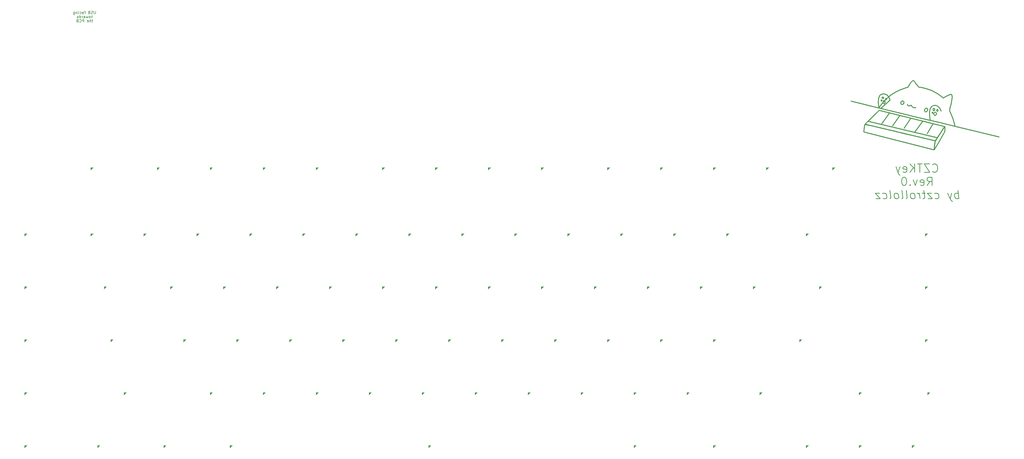
<source format=gbr>
G04 #@! TF.GenerationSoftware,KiCad,Pcbnew,(5.1.4)-1*
G04 #@! TF.CreationDate,2020-12-10T10:57:06+01:00*
G04 #@! TF.ProjectId,CZTKeyRev0,435a544b-6579-4526-9576-302e6b696361,rev?*
G04 #@! TF.SameCoordinates,Original*
G04 #@! TF.FileFunction,Legend,Bot*
G04 #@! TF.FilePolarity,Positive*
%FSLAX46Y46*%
G04 Gerber Fmt 4.6, Leading zero omitted, Abs format (unit mm)*
G04 Created by KiCad (PCBNEW (5.1.4)-1) date 2020-12-10 10:57:06*
%MOMM*%
%LPD*%
G04 APERTURE LIST*
%ADD10C,0.375000*%
%ADD11C,0.250000*%
%ADD12C,0.100000*%
%ADD13C,0.150000*%
G04 APERTURE END LIST*
D10*
X328087100Y-59046575D02*
X328237250Y-58823150D01*
X327685100Y-59643050D02*
X328087100Y-59046575D01*
X327145475Y-60451550D02*
X327685100Y-59643050D01*
X299584475Y-58050800D02*
X299584475Y-58050800D01*
X325421825Y-63051650D02*
X325941125Y-62265950D01*
X299614175Y-58025600D02*
X299584475Y-58050800D01*
X318214475Y-62335925D02*
X316392800Y-61905800D01*
X324915725Y-63820325D02*
X325054025Y-63609500D01*
X313346300Y-61185650D02*
X312122375Y-60895550D01*
X299540075Y-58087775D02*
X299459150Y-58300625D01*
X311097350Y-60652475D02*
X310432475Y-60494675D01*
X324911225Y-63830450D02*
X324915725Y-63820325D01*
X300371000Y-58162700D02*
X299803400Y-58060175D01*
X314769950Y-61522100D02*
X313346300Y-61185650D01*
X299803400Y-58060175D02*
X299614175Y-58025600D01*
X299349275Y-58826750D02*
X299255300Y-59629550D01*
X328223450Y-58743350D02*
X304692275Y-52891325D01*
X311353325Y-60713225D02*
X311097350Y-60652475D01*
X312122375Y-60895550D02*
X311353325Y-60713225D01*
X316392800Y-61905800D02*
X314769950Y-61522100D01*
X304166225Y-59014775D02*
X302552375Y-58641650D01*
X324439250Y-67145825D02*
X324876200Y-63908150D01*
X299459150Y-58300625D02*
X299349275Y-58826750D01*
X320235950Y-62813225D02*
X318214475Y-62335925D01*
X324271100Y-63765350D02*
X322456475Y-63337325D01*
X301287349Y-58357175D02*
X300371000Y-58162700D01*
X308438600Y-60021875D02*
X306128300Y-59475425D01*
X325941125Y-62265950D02*
X326539700Y-61362575D01*
X310432475Y-60494675D02*
X308438600Y-60021875D01*
X328369025Y-59433875D02*
X328332875Y-60075200D01*
X306128300Y-59475425D02*
X304166225Y-59014775D01*
X328358525Y-58907000D02*
X328369025Y-59433875D01*
X325054025Y-63609500D02*
X325421825Y-63051650D01*
X299192300Y-60438950D02*
X299176775Y-60709025D01*
X299176775Y-60709025D02*
X324439250Y-67145825D01*
X322456475Y-63337325D02*
X320235950Y-62813225D01*
X299255300Y-59629550D02*
X299192300Y-60438950D01*
X328278350Y-58772300D02*
X328358525Y-58907000D01*
X326539700Y-61362575D02*
X327145475Y-60451550D01*
X304692275Y-52891325D02*
X299662625Y-57942200D01*
X299662625Y-57942200D02*
X324968600Y-63910625D01*
X328278350Y-58772300D02*
X328278350Y-58772300D01*
X299584475Y-58050800D02*
X299540075Y-58087775D01*
X328237250Y-58823150D02*
X328278350Y-58772300D01*
X302552375Y-58641650D02*
X301287349Y-58357175D01*
X304692275Y-52891325D02*
X304692275Y-52891325D01*
X324876200Y-63908150D02*
X324271100Y-63765350D01*
X324968600Y-63910625D02*
X328223450Y-58743350D01*
X306179600Y-49753775D02*
X306255200Y-49567400D01*
X306855425Y-49924551D02*
X306855425Y-49982000D01*
X306538025Y-49396025D02*
X306640625Y-49442000D01*
X306503825Y-49396025D02*
X306538025Y-49396025D01*
X306752075Y-50396225D02*
X306640625Y-50521550D01*
X306976250Y-48819876D02*
X307043000Y-48719825D01*
X306503825Y-50567900D02*
X306469250Y-50567900D01*
X306255200Y-50396225D02*
X306179600Y-50209776D01*
X331938425Y-58652150D02*
X347831975Y-62481950D01*
X306366725Y-49442000D02*
X306469250Y-49396025D01*
X306538025Y-50567900D02*
X306503825Y-50567900D01*
X307163825Y-48664775D02*
X307204550Y-48664775D01*
X307043000Y-48986225D02*
X306976250Y-48886175D01*
X306469250Y-49396025D02*
X306503825Y-49396025D01*
X306366725Y-50521550D02*
X306255200Y-50396225D01*
X306640625Y-50521550D02*
X306538025Y-50567900D01*
X307432775Y-48819876D02*
X307432775Y-48853250D01*
X306469250Y-50567900D02*
X306366725Y-50521550D01*
X307043000Y-48719825D02*
X307163825Y-48664775D01*
X306152300Y-49924551D02*
X306179600Y-49753775D01*
X306827675Y-50209776D02*
X306752075Y-50396225D01*
X306752075Y-49567400D02*
X306827675Y-49753775D01*
X306855425Y-49982000D02*
X306855425Y-50038926D01*
X306640625Y-49442000D02*
X306752075Y-49567400D01*
X306255200Y-49567400D02*
X306366725Y-49442000D01*
X306152300Y-50038926D02*
X306152300Y-49982000D01*
X306855425Y-49982000D02*
X306855425Y-49982000D01*
X306179600Y-50209776D02*
X306152300Y-50038926D01*
X306152300Y-49982000D02*
X306152300Y-49924551D01*
X307365575Y-48719825D02*
X307432775Y-48819876D01*
X307244750Y-48664775D02*
X307365575Y-48719825D01*
X307204550Y-48664775D02*
X307244750Y-48664775D01*
X306855425Y-50038926D02*
X306827675Y-50209776D01*
X306827675Y-49753775D02*
X306855425Y-49924551D01*
X306976250Y-48853250D02*
X306976250Y-48819876D01*
X294640000Y-49657000D02*
X304550750Y-52053575D01*
X306976250Y-48886175D02*
X306976250Y-48853250D01*
X307432775Y-48853250D02*
X307432775Y-48853250D01*
X307163825Y-49041650D02*
X307043000Y-48986225D01*
X304552775Y-48421850D02*
X304435625Y-49124675D01*
X304686200Y-52084775D02*
X305292500Y-52268300D01*
X304435625Y-49124675D02*
X304418450Y-49969401D01*
X307244750Y-49041650D02*
X307204550Y-49041650D01*
X306035075Y-48692900D02*
X305986625Y-48692900D01*
X306223550Y-46998125D02*
X306025700Y-47028650D01*
X305714900Y-49413125D02*
X305709575Y-49439601D01*
X305088200Y-47441225D02*
X304770425Y-47860850D01*
X305893925Y-47043350D02*
X305506550Y-47163725D01*
X305719775Y-49386275D02*
X305714900Y-49413125D01*
X307365575Y-48986225D02*
X307244750Y-49041650D01*
X305761625Y-48467525D02*
X305761625Y-48419450D01*
X307432775Y-48886175D02*
X307365575Y-48986225D01*
X307432775Y-48853250D02*
X307432775Y-48886175D01*
X305577725Y-49187301D02*
X305598950Y-49191351D01*
X305696150Y-49268675D02*
X305719775Y-49386275D01*
X304502300Y-50956176D02*
X304631225Y-51804050D01*
X305479250Y-49226375D02*
X305577725Y-49187301D01*
X304631225Y-51804050D02*
X304686200Y-52084775D01*
X305403200Y-49379825D02*
X305408450Y-49353350D01*
X304418450Y-49969401D02*
X304502300Y-50956176D01*
X304435625Y-49124675D02*
X304418450Y-49969401D01*
X305620100Y-49195401D02*
X305696150Y-49268675D01*
X305426750Y-49497425D02*
X305403200Y-49379825D01*
X306228350Y-48612725D02*
X306083075Y-48692900D01*
X306025700Y-47028650D02*
X305893925Y-47043350D01*
X305506550Y-47163725D02*
X305088200Y-47441225D01*
X304770425Y-47860850D02*
X304552775Y-48421850D01*
X304686200Y-52084775D02*
X305292500Y-52268300D01*
X308551775Y-49010750D02*
X308155100Y-48201800D01*
X304502300Y-50956176D02*
X304631225Y-51804050D01*
X305503325Y-49570625D02*
X305426750Y-49497425D01*
X305643650Y-49539650D02*
X305545625Y-49579175D01*
X305986625Y-48692900D02*
X305841425Y-48612725D01*
X306228350Y-48225800D02*
X306308525Y-48371075D01*
X308155100Y-48201800D02*
X307552775Y-47460800D01*
X305841425Y-48612725D02*
X305761625Y-48467525D01*
X305524475Y-49575125D02*
X305503325Y-49570625D01*
X306308525Y-48419450D02*
X306308525Y-48467525D01*
X306308525Y-48419450D02*
X306308525Y-48419450D01*
X305545625Y-49579175D02*
X305524475Y-49575125D01*
X305709575Y-49439601D02*
X305643650Y-49539650D01*
X306035075Y-48146075D02*
X306083075Y-48146075D01*
X304552775Y-48421850D02*
X304435625Y-49124675D01*
X305292500Y-52268300D02*
X308649875Y-49292300D01*
X305986625Y-48146075D02*
X306035075Y-48146075D01*
X304418450Y-49969401D02*
X304502300Y-50956176D01*
X305761625Y-48419450D02*
X305761625Y-48371075D01*
X306843200Y-47069825D02*
X306223550Y-46998125D01*
X305841425Y-48225800D02*
X305986625Y-48146075D01*
X306308525Y-48467525D02*
X306228350Y-48612725D01*
X304631225Y-51804050D02*
X304686200Y-52084775D01*
X304770425Y-47860850D02*
X304552775Y-48421850D01*
X307204550Y-49041650D02*
X307163825Y-49041650D01*
X305598950Y-49191351D02*
X305620100Y-49195401D01*
X305413325Y-49326875D02*
X305479250Y-49226375D01*
X305408450Y-49353350D02*
X305413325Y-49326875D01*
X306308525Y-48371075D02*
X306308525Y-48419450D01*
X307552775Y-47460800D02*
X306843200Y-47069825D01*
X305714900Y-49413125D02*
X305714900Y-49413125D01*
X306083075Y-48146075D02*
X306228350Y-48225800D01*
X308649875Y-49292300D02*
X308551775Y-49010750D01*
X306083075Y-48692900D02*
X306035075Y-48692900D01*
X305761625Y-48371075D02*
X305841425Y-48225800D01*
X323776025Y-53660300D02*
X323858975Y-53614775D01*
X324355400Y-54161675D02*
X324355400Y-54108350D01*
X323730425Y-53798300D02*
X323730425Y-53771075D01*
X305088200Y-47441225D02*
X304770425Y-47860850D01*
X325155425Y-53774675D02*
X325255925Y-53948450D01*
X324869750Y-54708575D02*
X324824150Y-54708575D01*
X324492500Y-54548225D02*
X324392075Y-54374450D01*
X325403600Y-52910000D02*
X325408025Y-52866875D01*
X324778175Y-54708575D02*
X324641450Y-54665450D01*
X305506550Y-47163725D02*
X305088200Y-47441225D01*
X325292900Y-54161675D02*
X325292900Y-54161675D01*
X323730425Y-53743325D02*
X323776025Y-53660300D01*
X323913950Y-53927300D02*
X323886650Y-53927300D01*
X305893925Y-47043350D02*
X305506550Y-47163725D01*
X306025700Y-47028650D02*
X305893925Y-47043350D01*
X306843200Y-47069825D02*
X306223550Y-46998125D01*
X324392075Y-53948450D02*
X324492500Y-53774675D01*
X307552775Y-47460800D02*
X306843200Y-47069825D01*
X323996975Y-53660300D02*
X324042875Y-53743325D01*
X324869750Y-53614775D02*
X325006475Y-53657525D01*
X323886650Y-53614775D02*
X323913950Y-53614775D01*
X323858975Y-53614775D02*
X323886650Y-53614775D01*
X324392075Y-54374450D02*
X324355400Y-54214550D01*
X325874375Y-52915700D02*
X325869875Y-52958825D01*
X324641450Y-54665450D02*
X324492500Y-54548225D01*
X324824150Y-54708575D02*
X324778175Y-54708575D01*
X325292900Y-54214550D02*
X325255925Y-54374450D01*
X324042875Y-53743325D02*
X324042875Y-53771075D01*
X325701425Y-52626875D02*
X325824350Y-52731800D01*
X323996975Y-53881325D02*
X323913950Y-53927300D01*
X323913950Y-53614775D02*
X323996975Y-53660300D01*
X325255925Y-53948450D02*
X325292900Y-54108350D01*
X325399175Y-52952825D02*
X325403600Y-52910000D01*
X325571675Y-53241650D02*
X325448750Y-53136650D01*
X308649875Y-49292300D02*
X308551775Y-49010750D01*
X325255925Y-54374450D02*
X325155425Y-54548225D01*
X325292900Y-54108350D02*
X325292900Y-54161675D01*
X325669250Y-52623575D02*
X325701425Y-52626875D01*
X324778175Y-53614775D02*
X324824150Y-53614775D01*
X323776025Y-53881325D02*
X323730425Y-53798300D01*
X324824150Y-53614775D02*
X324869750Y-53614775D01*
X324355400Y-54108350D02*
X324392075Y-53948450D01*
X324355400Y-54214550D02*
X324355400Y-54161675D01*
X325494800Y-52697225D02*
X325637150Y-52619900D01*
X324042875Y-53771075D02*
X324042875Y-53771075D01*
X325006475Y-54665450D02*
X324869750Y-54708575D01*
X323730425Y-53771075D02*
X323730425Y-53743325D01*
X323858975Y-53927300D02*
X323776025Y-53881325D01*
X324042875Y-53798300D02*
X323996975Y-53881325D01*
X325448750Y-53136650D02*
X325399175Y-52952825D01*
X325824350Y-52731800D02*
X325874375Y-52915700D01*
X308155100Y-48201800D02*
X307552775Y-47460800D01*
X324492500Y-53774675D02*
X324641450Y-53657525D01*
X323886650Y-53927300D02*
X323858975Y-53927300D01*
X324042875Y-53771075D02*
X324042875Y-53798300D01*
X325637150Y-52619900D02*
X325669250Y-52623575D01*
X306223550Y-46998125D02*
X306025700Y-47028650D01*
X308551775Y-49010750D02*
X308155100Y-48201800D01*
X325155425Y-54548225D02*
X325006475Y-54665450D01*
X325869875Y-52958825D02*
X325869875Y-52958825D01*
X325006475Y-53657525D02*
X325155425Y-53774675D01*
X325292900Y-54161675D02*
X325292900Y-54214550D01*
X324641450Y-53657525D02*
X324778175Y-53614775D01*
X325408025Y-52866875D02*
X325494800Y-52697225D01*
X325778300Y-53171225D02*
X325636325Y-53248550D01*
X325865375Y-53001575D02*
X325778300Y-53171225D01*
X325869875Y-52958825D02*
X325865375Y-53001575D01*
X324121025Y-52596350D02*
X324142175Y-52471025D01*
X324646325Y-52471025D02*
X324667925Y-52596350D01*
X324500675Y-52242275D02*
X324587675Y-52334300D01*
X324420950Y-52208525D02*
X324500675Y-52242275D01*
X324394475Y-52208525D02*
X324420950Y-52208525D01*
X324367625Y-52208525D02*
X324394475Y-52208525D01*
X316564025Y-51601025D02*
X316927400Y-51916775D01*
X324287900Y-52242275D02*
X324367625Y-52208525D01*
X324200825Y-52334300D02*
X324287900Y-52242275D01*
X324646325Y-52805075D02*
X324587675Y-52941800D01*
X323548925Y-51592925D02*
X323976950Y-51306425D01*
X315664325Y-51289400D02*
X316117700Y-51139176D01*
X324420950Y-53067950D02*
X324394475Y-53067950D01*
X324142175Y-52471025D02*
X324200825Y-52334300D01*
X324287900Y-53033750D02*
X324200825Y-52941800D01*
X324121025Y-52638200D02*
X324121025Y-52596350D01*
X314883950Y-50788851D02*
X314885225Y-50878325D01*
X324500675Y-53033750D02*
X324420950Y-53067950D01*
X315235475Y-51313775D02*
X315664325Y-51289400D01*
X324371225Y-51187625D02*
X324505475Y-51175400D01*
X322865750Y-53380850D02*
X322993100Y-52629650D01*
X324367625Y-53067950D02*
X324287900Y-53033750D01*
X324394475Y-53067950D02*
X324367625Y-53067950D01*
X324587675Y-52941800D02*
X324500675Y-53033750D01*
X325891025Y-51499250D02*
X326488025Y-52179650D01*
X323976950Y-51306425D02*
X324371225Y-51187625D01*
X317358349Y-52022150D02*
X317746100Y-51963575D01*
X316261774Y-51073625D02*
X316321550Y-51212075D01*
X313565225Y-50322576D02*
X313541675Y-50381151D01*
X313457375Y-49701276D02*
X313565600Y-49895300D01*
X313328825Y-49594175D02*
X313457375Y-49701276D01*
X324667925Y-52679675D02*
X324646325Y-52805075D01*
X326909600Y-52940075D02*
X327020600Y-53206250D01*
X317746100Y-51963575D02*
X317865274Y-51918050D01*
X313596575Y-50130500D02*
X313565225Y-50322576D01*
X323084225Y-56562425D02*
X323032175Y-56260100D01*
X324142175Y-52805075D02*
X324121025Y-52679675D01*
X324667925Y-52596350D02*
X324667925Y-52638200D01*
X316321550Y-51212075D02*
X316564025Y-51601025D01*
X324200825Y-52941800D02*
X324142175Y-52805075D01*
X324121025Y-52679675D02*
X324121025Y-52638200D01*
X325230200Y-51164450D02*
X325891025Y-51499250D01*
X324677300Y-51133551D02*
X325230200Y-51164450D01*
X313565600Y-49895300D02*
X313596575Y-50130500D01*
X325604150Y-53245325D02*
X325571675Y-53241650D01*
X324667925Y-52638200D02*
X324667925Y-52638200D01*
X324505475Y-51175400D02*
X324677300Y-51133551D01*
X324667925Y-52638200D02*
X324667925Y-52679675D01*
X323032175Y-56260100D02*
X322910900Y-55346975D01*
X313541675Y-50381151D02*
X313541675Y-50381151D01*
X322910900Y-55346975D02*
X322838075Y-54286175D01*
X324587675Y-52334300D02*
X324646325Y-52471025D01*
X314975525Y-51146975D02*
X315235475Y-51313775D01*
X316117700Y-51139176D02*
X316261774Y-51073625D01*
X323220950Y-52033925D02*
X323548925Y-51592925D01*
X314885225Y-50878325D02*
X314975525Y-51146975D01*
X325636325Y-53248550D02*
X325604150Y-53245325D01*
X316927400Y-51916775D02*
X317358349Y-52022150D01*
X322993100Y-52629650D02*
X323220950Y-52033925D01*
X326488025Y-52179650D02*
X326909600Y-52940075D01*
X322838075Y-54286175D02*
X322865750Y-53380850D01*
X312851150Y-49606475D02*
X313063925Y-49542500D01*
X312506825Y-50458475D02*
X312475925Y-50223200D01*
X312531200Y-49973000D02*
X312554900Y-49914050D01*
X313063925Y-49542500D02*
X313230725Y-49554725D01*
X312851150Y-49606475D02*
X313063925Y-49542500D01*
X313406975Y-50599701D02*
X313221350Y-50747375D01*
X312792875Y-50779475D02*
X312743600Y-50759600D01*
X322126025Y-52531700D02*
X322121975Y-52780625D01*
X313008500Y-50811275D02*
X312841775Y-50799051D01*
X312665525Y-49754075D02*
X312851150Y-49606475D01*
X321259700Y-53437400D02*
X321215300Y-53414600D01*
X312615500Y-50652501D02*
X312506825Y-50458475D01*
X321303650Y-53459825D02*
X321259700Y-53437400D01*
X321035525Y-52840850D02*
X321093350Y-52639925D01*
X312665525Y-49754075D02*
X312851150Y-49606475D01*
X312507725Y-50031650D02*
X312531200Y-49973000D01*
X312475925Y-50223200D02*
X312507725Y-50031650D01*
X313328825Y-49594175D02*
X313457375Y-49701276D01*
X321155075Y-52518200D02*
X321284150Y-52353425D01*
X312743600Y-50759600D02*
X312615500Y-50652501D01*
X313230725Y-49554725D02*
X313280000Y-49574675D01*
X313063925Y-49542500D02*
X313230725Y-49554725D01*
X313221350Y-50747375D02*
X313008500Y-50811275D01*
X321284150Y-52353425D02*
X321483125Y-52204025D01*
X312841775Y-50799051D02*
X312792875Y-50779475D01*
X313221350Y-50747375D02*
X313008500Y-50811275D01*
X313565225Y-50322576D02*
X313541675Y-50381151D01*
X313457375Y-49701276D02*
X313565600Y-49895300D01*
X313517975Y-50439800D02*
X313406975Y-50599701D01*
X312743600Y-50759600D02*
X312615500Y-50652501D01*
X313280000Y-49574675D02*
X313328825Y-49594175D01*
X312615500Y-50652501D02*
X312506825Y-50458475D01*
X322049900Y-52323650D02*
X322126025Y-52531700D01*
X321898100Y-52184600D02*
X321942050Y-52206875D01*
X313541675Y-50381151D02*
X313541675Y-50381151D01*
X313541675Y-50381151D02*
X313517975Y-50439800D01*
X321695900Y-52143425D02*
X321853700Y-52161800D01*
X321215300Y-53414600D02*
X321107450Y-53297825D01*
X321107450Y-53297825D02*
X321031475Y-53089925D01*
X312507725Y-50031650D02*
X312531200Y-49973000D01*
X321483125Y-52204025D02*
X321695900Y-52143425D01*
X321093350Y-52639925D02*
X321124175Y-52579250D01*
X322064600Y-52981700D02*
X322033625Y-53042675D01*
X321853700Y-52161800D02*
X321898100Y-52184600D01*
X313565600Y-49895300D02*
X313596575Y-50130500D01*
X313517975Y-50439800D02*
X313406975Y-50599701D01*
X312554900Y-49914050D02*
X312665525Y-49754075D01*
X312475925Y-50223200D02*
X312507725Y-50031650D01*
X312792875Y-50779475D02*
X312743600Y-50759600D01*
X321942050Y-52206875D02*
X322049900Y-52323650D01*
X313406975Y-50599701D02*
X313221350Y-50747375D01*
X312531200Y-49973000D02*
X312554900Y-49914050D01*
X312506825Y-50458475D02*
X312475925Y-50223200D01*
X312841775Y-50799051D02*
X312792875Y-50779475D01*
X321031475Y-53089925D02*
X321035525Y-52840850D01*
X322033625Y-53042675D02*
X322033625Y-53042675D01*
X313280000Y-49574675D02*
X313328825Y-49594175D01*
X313541675Y-50381151D02*
X313517975Y-50439800D01*
X321124175Y-52579250D02*
X321155075Y-52518200D01*
X313008500Y-50811275D02*
X312841775Y-50799051D01*
X313230725Y-49554725D02*
X313280000Y-49574675D01*
X313596575Y-50130500D02*
X313565225Y-50322576D01*
X312554900Y-49914050D02*
X312665525Y-49754075D01*
X322121975Y-52780625D02*
X322064600Y-52981700D01*
X321674750Y-53417375D02*
X321461525Y-53478050D01*
X330733550Y-47261075D02*
X330662375Y-47210225D01*
X329748425Y-47409575D02*
X328884575Y-47858750D01*
X322002275Y-53103350D02*
X321873350Y-53268125D01*
X321873350Y-53268125D02*
X321674750Y-53417375D01*
X322033625Y-53042675D02*
X322002275Y-53103350D01*
X327294875Y-48115550D02*
X325798625Y-46979900D01*
X322033625Y-53042675D02*
X322033625Y-53042675D01*
X322064600Y-52981700D02*
X322033625Y-53042675D01*
X316867624Y-42243950D02*
X316785424Y-42243950D01*
X322121975Y-52780625D02*
X322064600Y-52981700D01*
X330940700Y-48089900D02*
X330871100Y-47521025D01*
X321483125Y-52204025D02*
X321695900Y-52143425D01*
X321461525Y-53478050D02*
X321303650Y-53459825D01*
X317380325Y-42538925D02*
X317220800Y-42371675D01*
X321898100Y-52184600D02*
X321942050Y-52206875D01*
X322126025Y-52531700D02*
X322121975Y-52780625D01*
X322049900Y-52323650D02*
X322126025Y-52531700D01*
X321942050Y-52206875D02*
X322049900Y-52323650D01*
X318494375Y-44012675D02*
X318094475Y-43513850D01*
X321853700Y-52161800D02*
X321898100Y-52184600D01*
X317562575Y-42781850D02*
X317380325Y-42538925D01*
X321259700Y-53437400D02*
X321215300Y-53414600D01*
X322002275Y-53103350D02*
X321873350Y-53268125D01*
X321695900Y-52143425D02*
X321853700Y-52161800D01*
X321284150Y-52353425D02*
X321483125Y-52204025D01*
X321155075Y-52518200D02*
X321284150Y-52353425D01*
X321124175Y-52579250D02*
X321155075Y-52518200D01*
X321035525Y-52840850D02*
X321093350Y-52639925D01*
X321303650Y-53459825D02*
X321259700Y-53437400D01*
X316539650Y-42391250D02*
X316124975Y-42834350D01*
X319018100Y-44606750D02*
X318883850Y-44461175D01*
X323693750Y-45803975D02*
X321433400Y-45012950D01*
X317057975Y-42274925D02*
X316915175Y-42243950D01*
X328884575Y-47858750D02*
X328029350Y-48365000D01*
X316124975Y-42834350D02*
X315623300Y-43572950D01*
X330871100Y-48966350D02*
X330940700Y-48089900D01*
X319626050Y-44658875D02*
X319018100Y-44606750D01*
X315623300Y-43572950D02*
X315174875Y-44344400D01*
X327749375Y-48541176D02*
X327294875Y-48115550D01*
X321031475Y-53089925D02*
X321035525Y-52840850D01*
X316915175Y-42243950D02*
X316867624Y-42243950D01*
X321107450Y-53297825D02*
X321031475Y-53089925D01*
X321215300Y-53414600D02*
X321107450Y-53297825D01*
X321674750Y-53417375D02*
X321461525Y-53478050D01*
X321433400Y-45012950D02*
X319626050Y-44658875D01*
X330607475Y-47170700D02*
X330340925Y-47193125D01*
X330871100Y-47521025D02*
X330733550Y-47261075D01*
X315174875Y-44344400D02*
X315034850Y-44606750D01*
X330340925Y-47193125D02*
X329748425Y-47409575D01*
X318883850Y-44461175D02*
X318494375Y-44012675D01*
X325798625Y-46979900D02*
X323693750Y-45803975D01*
X330662375Y-47210225D02*
X330607475Y-47170700D01*
X315034850Y-44606750D02*
X315034850Y-44606750D01*
X317220800Y-42371675D02*
X317057975Y-42274925D01*
X317792074Y-43105325D02*
X317562575Y-42781850D01*
X330721775Y-49894925D02*
X330871100Y-48966350D01*
X328029350Y-48365000D02*
X327749375Y-48541176D01*
X318094475Y-43513850D02*
X317792074Y-43105325D01*
X321461525Y-53478050D02*
X321303650Y-53459825D01*
X316785424Y-42243950D02*
X316539650Y-42391250D01*
X321873350Y-53268125D02*
X321674750Y-53417375D01*
X321093350Y-52639925D02*
X321124175Y-52579250D01*
X322033625Y-53042675D02*
X322002275Y-53103350D01*
X330632300Y-50355950D02*
X330662375Y-50202500D01*
X330530075Y-50814876D02*
X330632300Y-50355950D01*
X330311675Y-51571775D02*
X330412925Y-51253925D01*
X330159425Y-52048250D02*
X330227000Y-51819575D01*
X330110600Y-52309925D02*
X330159425Y-52048250D01*
X330227000Y-51819575D02*
X330311675Y-51571775D01*
X330412925Y-51253925D02*
X330530075Y-50814876D01*
X330662375Y-50202500D02*
X330721775Y-49894925D01*
X324545825Y-67047425D02*
X324526775Y-67075550D01*
X314621525Y-44712200D02*
X313400375Y-45100025D01*
X324937250Y-66402950D02*
X324739850Y-66730025D01*
X330300200Y-53582600D02*
X330070325Y-53136275D01*
X304581650Y-52094600D02*
X304938950Y-52183775D01*
X325488200Y-62716325D02*
X300878825Y-56935100D01*
X305607050Y-57734300D02*
X308424500Y-53828000D01*
X328332875Y-60075200D02*
X328295000Y-60452000D01*
X317597600Y-60606950D02*
X320253875Y-57013250D01*
X330080525Y-52655300D02*
X330110600Y-52309925D01*
X308012975Y-52933250D02*
X310581425Y-53552525D01*
X324599600Y-66959900D02*
X324545825Y-67047425D01*
X326104250Y-64435550D02*
X325775525Y-64993775D01*
X330070325Y-53015825D02*
X330080525Y-52655300D01*
X330070325Y-53136275D02*
X330070325Y-53015825D01*
X331231625Y-55853150D02*
X330300200Y-53582600D01*
X311859875Y-45720125D02*
X310412900Y-46466375D01*
X331871675Y-58176125D02*
X331231625Y-55853150D01*
X324502250Y-66693425D02*
X324557975Y-66183575D01*
X305560625Y-50716025D02*
X304810700Y-51739775D01*
X324526775Y-67075550D02*
X324486425Y-67018925D01*
X324526775Y-67075550D02*
X324526775Y-67075550D01*
X313652300Y-59396075D02*
X316035125Y-55841375D01*
X327680600Y-61703150D02*
X327407150Y-62188250D01*
X309511625Y-58536650D02*
X312050750Y-54903875D01*
X321947825Y-61283675D02*
X324081950Y-57716375D01*
X324816050Y-64393925D02*
X324881525Y-63992825D01*
X324557975Y-66183575D02*
X324639425Y-65574051D01*
X328096850Y-60938225D02*
X327913700Y-61281275D01*
X326441975Y-63859775D02*
X326104250Y-64435550D01*
X324486425Y-67018925D02*
X324502250Y-66693425D01*
X331955900Y-58648550D02*
X331871675Y-58176125D01*
X326543300Y-57362675D02*
X330602600Y-58327100D01*
X304938950Y-52183775D02*
X306012725Y-52446950D01*
X321699950Y-56210000D02*
X326543300Y-57362675D01*
X324881525Y-63992825D02*
X324906725Y-63840200D01*
X306012725Y-52446950D02*
X308012975Y-52933250D01*
X328220525Y-60689975D02*
X328096850Y-60938225D01*
X307799450Y-48338525D02*
X306633200Y-49463975D01*
X325182275Y-65993526D02*
X324937250Y-66402950D01*
X310581425Y-53552525D02*
X313719050Y-54305300D01*
X306633200Y-49463975D02*
X305560625Y-50716025D01*
X315034850Y-44606750D02*
X314621525Y-44712200D01*
X328274225Y-60553250D02*
X328266950Y-60588650D01*
X324639425Y-65574051D02*
X324730175Y-64949375D01*
X313400375Y-45100025D02*
X311859875Y-45720125D01*
X324911225Y-63830450D02*
X324911225Y-63830450D01*
X324739850Y-66730025D02*
X324599600Y-66959900D01*
X325464950Y-65518625D02*
X325182275Y-65993526D01*
X326777675Y-63282725D02*
X326441975Y-63859775D01*
X327913700Y-61281275D02*
X327680600Y-61703150D01*
X317425100Y-55191125D02*
X321699950Y-56210000D01*
X310412900Y-46466375D02*
X309059600Y-47339150D01*
X325775525Y-64993775D02*
X325464950Y-65518625D01*
X327102800Y-62720000D02*
X326777675Y-63282725D01*
X328266950Y-60588650D02*
X328220525Y-60689975D01*
X330602600Y-58327100D02*
X331955900Y-58648550D01*
X313719050Y-54305300D02*
X317425100Y-55191125D01*
X324906725Y-63840200D02*
X324911225Y-63830450D01*
X327407150Y-62188250D02*
X327102800Y-62720000D01*
X304810700Y-51739775D02*
X304581650Y-52094600D01*
X324730175Y-64949375D02*
X324816050Y-64393925D01*
X309059600Y-47339150D02*
X307799450Y-48338525D01*
X328295000Y-60452000D02*
X328274225Y-60553250D01*
D11*
X333363169Y-84700892D02*
X332988169Y-81700892D01*
X333131026Y-82843750D02*
X332827455Y-82700892D01*
X332256026Y-82700892D01*
X331988169Y-82843750D01*
X331863169Y-82986607D01*
X331756026Y-83272321D01*
X331863169Y-84129464D01*
X332041741Y-84415178D01*
X332202455Y-84558035D01*
X332506026Y-84700892D01*
X333077455Y-84700892D01*
X333345312Y-84558035D01*
X330684598Y-82700892D02*
X330220312Y-84700892D01*
X329256026Y-82700892D02*
X330220312Y-84700892D01*
X330595312Y-85415178D01*
X330756026Y-85558035D01*
X331059598Y-85700892D01*
X324773883Y-84558035D02*
X325077455Y-84700892D01*
X325648883Y-84700892D01*
X325916741Y-84558035D01*
X326041741Y-84415178D01*
X326148883Y-84129464D01*
X326041741Y-83272321D01*
X325863169Y-82986607D01*
X325702455Y-82843750D01*
X325398883Y-82700892D01*
X324827455Y-82700892D01*
X324559598Y-82843750D01*
X323541741Y-82700892D02*
X321970312Y-82700892D01*
X323791741Y-84700892D01*
X322220312Y-84700892D01*
X321256026Y-82700892D02*
X320113169Y-82700892D01*
X320702455Y-81700892D02*
X321023883Y-84272321D01*
X320916741Y-84558035D01*
X320648883Y-84700892D01*
X320363169Y-84700892D01*
X319363169Y-84700892D02*
X319113169Y-82700892D01*
X319184598Y-83272321D02*
X319006026Y-82986607D01*
X318845312Y-82843750D01*
X318541741Y-82700892D01*
X318256026Y-82700892D01*
X317077455Y-84700892D02*
X317345312Y-84558035D01*
X317470312Y-84415178D01*
X317577455Y-84129464D01*
X317470312Y-83272321D01*
X317291741Y-82986607D01*
X317131026Y-82843750D01*
X316827455Y-82700892D01*
X316398883Y-82700892D01*
X316131026Y-82843750D01*
X316006026Y-82986607D01*
X315898883Y-83272321D01*
X316006026Y-84129464D01*
X316184598Y-84415178D01*
X316345312Y-84558035D01*
X316648883Y-84700892D01*
X317077455Y-84700892D01*
X314363169Y-84700892D02*
X314631026Y-84558035D01*
X314738169Y-84272321D01*
X314416741Y-81700892D01*
X312791741Y-84700892D02*
X313059598Y-84558035D01*
X313166741Y-84272321D01*
X312845312Y-81700892D01*
X311220312Y-84700892D02*
X311488169Y-84558035D01*
X311613169Y-84415178D01*
X311720312Y-84129464D01*
X311613169Y-83272321D01*
X311434598Y-82986607D01*
X311273883Y-82843750D01*
X310970312Y-82700892D01*
X310541741Y-82700892D01*
X310273883Y-82843750D01*
X310148883Y-82986607D01*
X310041741Y-83272321D01*
X310148883Y-84129464D01*
X310327455Y-84415178D01*
X310488169Y-84558035D01*
X310791741Y-84700892D01*
X311220312Y-84700892D01*
X308506026Y-84700892D02*
X308773883Y-84558035D01*
X308881026Y-84272321D01*
X308559598Y-81700892D01*
X306059598Y-84558035D02*
X306363169Y-84700892D01*
X306934598Y-84700892D01*
X307202455Y-84558035D01*
X307327455Y-84415178D01*
X307434598Y-84129464D01*
X307327455Y-83272321D01*
X307148883Y-82986607D01*
X306988169Y-82843750D01*
X306684598Y-82700892D01*
X306113169Y-82700892D01*
X305845312Y-82843750D01*
X304827455Y-82700892D02*
X303256026Y-82700892D01*
X305077455Y-84700892D01*
X303506026Y-84700892D01*
X321936607Y-79938392D02*
X322936607Y-78509821D01*
X323650892Y-79938392D02*
X323650892Y-76938392D01*
X322508035Y-76938392D01*
X322222321Y-77081250D01*
X322079464Y-77224107D01*
X321936607Y-77509821D01*
X321936607Y-77938392D01*
X322079464Y-78224107D01*
X322222321Y-78366964D01*
X322508035Y-78509821D01*
X323650892Y-78509821D01*
X319508035Y-79795535D02*
X319793750Y-79938392D01*
X320365178Y-79938392D01*
X320650892Y-79795535D01*
X320793750Y-79509821D01*
X320793750Y-78366964D01*
X320650892Y-78081250D01*
X320365178Y-77938392D01*
X319793750Y-77938392D01*
X319508035Y-78081250D01*
X319365178Y-78366964D01*
X319365178Y-78652678D01*
X320793750Y-78938392D01*
X318365178Y-77938392D02*
X317650892Y-79938392D01*
X316936607Y-77938392D01*
X315793750Y-79652678D02*
X315650892Y-79795535D01*
X315793750Y-79938392D01*
X315936607Y-79795535D01*
X315793750Y-79652678D01*
X315793750Y-79938392D01*
X313793750Y-76938392D02*
X313508035Y-76938392D01*
X313222321Y-77081250D01*
X313079464Y-77224107D01*
X312936607Y-77509821D01*
X312793750Y-78081250D01*
X312793750Y-78795535D01*
X312936607Y-79366964D01*
X313079464Y-79652678D01*
X313222321Y-79795535D01*
X313508035Y-79938392D01*
X313793750Y-79938392D01*
X314079464Y-79795535D01*
X314222321Y-79652678D01*
X314365178Y-79366964D01*
X314508035Y-78795535D01*
X314508035Y-78081250D01*
X314365178Y-77509821D01*
X314222321Y-77224107D01*
X314079464Y-77081250D01*
X313793750Y-76938392D01*
X323865178Y-74890178D02*
X324008035Y-75033035D01*
X324436607Y-75175892D01*
X324722321Y-75175892D01*
X325150892Y-75033035D01*
X325436607Y-74747321D01*
X325579464Y-74461607D01*
X325722321Y-73890178D01*
X325722321Y-73461607D01*
X325579464Y-72890178D01*
X325436607Y-72604464D01*
X325150892Y-72318750D01*
X324722321Y-72175892D01*
X324436607Y-72175892D01*
X324008035Y-72318750D01*
X323865178Y-72461607D01*
X322865178Y-72175892D02*
X320865178Y-72175892D01*
X322865178Y-75175892D01*
X320865178Y-75175892D01*
X320150892Y-72175892D02*
X318436607Y-72175892D01*
X319293750Y-75175892D02*
X319293750Y-72175892D01*
X317436607Y-75175892D02*
X317436607Y-72175892D01*
X315722321Y-75175892D02*
X317008035Y-73461607D01*
X315722321Y-72175892D02*
X317436607Y-73890178D01*
X313293750Y-75033035D02*
X313579464Y-75175892D01*
X314150892Y-75175892D01*
X314436607Y-75033035D01*
X314579464Y-74747321D01*
X314579464Y-73604464D01*
X314436607Y-73318750D01*
X314150892Y-73175892D01*
X313579464Y-73175892D01*
X313293750Y-73318750D01*
X313150892Y-73604464D01*
X313150892Y-73890178D01*
X314579464Y-74175892D01*
X312150892Y-73175892D02*
X311436607Y-75175892D01*
X310722321Y-73175892D02*
X311436607Y-75175892D01*
X311722321Y-75890178D01*
X311865178Y-76033035D01*
X312150892Y-76175892D01*
D12*
G36*
X316475000Y-174419000D02*
G01*
X317375000Y-173519000D01*
X316475000Y-173519000D01*
X316475000Y-174419000D01*
G37*
X316475000Y-174419000D02*
X317375000Y-173519000D01*
X316475000Y-173519000D01*
X316475000Y-174419000D01*
G36*
X297425000Y-174419000D02*
G01*
X298325000Y-173519000D01*
X297425000Y-173519000D01*
X297425000Y-174419000D01*
G37*
X297425000Y-174419000D02*
X298325000Y-173519000D01*
X297425000Y-173519000D01*
X297425000Y-174419000D01*
G36*
X278375000Y-174419000D02*
G01*
X279275000Y-173519000D01*
X278375000Y-173519000D01*
X278375000Y-174419000D01*
G37*
X278375000Y-174419000D02*
X279275000Y-173519000D01*
X278375000Y-173519000D01*
X278375000Y-174419000D01*
G36*
X245038000Y-174419000D02*
G01*
X245938000Y-173519000D01*
X245038000Y-173519000D01*
X245038000Y-174419000D01*
G37*
X245038000Y-174419000D02*
X245938000Y-173519000D01*
X245038000Y-173519000D01*
X245038000Y-174419000D01*
G36*
X216462000Y-174419000D02*
G01*
X217362000Y-173519000D01*
X216462000Y-173519000D01*
X216462000Y-174419000D01*
G37*
X216462000Y-174419000D02*
X217362000Y-173519000D01*
X216462000Y-173519000D01*
X216462000Y-174419000D01*
G36*
X142644000Y-174419000D02*
G01*
X143544000Y-173519000D01*
X142644000Y-173519000D01*
X142644000Y-174419000D01*
G37*
X142644000Y-174419000D02*
X143544000Y-173519000D01*
X142644000Y-173519000D01*
X142644000Y-174419000D01*
G36*
X71206200Y-174419000D02*
G01*
X72106200Y-173519000D01*
X71206200Y-173519000D01*
X71206200Y-174419000D01*
G37*
X71206200Y-174419000D02*
X72106200Y-173519000D01*
X71206200Y-173519000D01*
X71206200Y-174419000D01*
G36*
X47393800Y-174419000D02*
G01*
X48293800Y-173519000D01*
X47393800Y-173519000D01*
X47393800Y-174419000D01*
G37*
X47393800Y-174419000D02*
X48293800Y-173519000D01*
X47393800Y-173519000D01*
X47393800Y-174419000D01*
G36*
X23581200Y-174419000D02*
G01*
X24481200Y-173519000D01*
X23581200Y-173519000D01*
X23581200Y-174419000D01*
G37*
X23581200Y-174419000D02*
X24481200Y-173519000D01*
X23581200Y-173519000D01*
X23581200Y-174419000D01*
G36*
X-2612500Y-174419000D02*
G01*
X-1712500Y-173519000D01*
X-2612500Y-173519000D01*
X-2612500Y-174419000D01*
G37*
X-2612500Y-174419000D02*
X-1712500Y-173519000D01*
X-2612500Y-173519000D01*
X-2612500Y-174419000D01*
G36*
X322031000Y-155369000D02*
G01*
X322931000Y-154469000D01*
X322031000Y-154469000D01*
X322031000Y-155369000D01*
G37*
X322031000Y-155369000D02*
X322931000Y-154469000D01*
X322031000Y-154469000D01*
X322031000Y-155369000D01*
G36*
X297425000Y-155369000D02*
G01*
X298325000Y-154469000D01*
X297425000Y-154469000D01*
X297425000Y-155369000D01*
G37*
X297425000Y-155369000D02*
X298325000Y-154469000D01*
X297425000Y-154469000D01*
X297425000Y-155369000D01*
G36*
X261706000Y-155369000D02*
G01*
X262606000Y-154469000D01*
X261706000Y-154469000D01*
X261706000Y-155369000D01*
G37*
X261706000Y-155369000D02*
X262606000Y-154469000D01*
X261706000Y-154469000D01*
X261706000Y-155369000D01*
G36*
X235512000Y-155369000D02*
G01*
X236412000Y-154469000D01*
X235512000Y-154469000D01*
X235512000Y-155369000D01*
G37*
X235512000Y-155369000D02*
X236412000Y-154469000D01*
X235512000Y-154469000D01*
X235512000Y-155369000D01*
G36*
X216462000Y-155369000D02*
G01*
X217362000Y-154469000D01*
X216462000Y-154469000D01*
X216462000Y-155369000D01*
G37*
X216462000Y-155369000D02*
X217362000Y-154469000D01*
X216462000Y-154469000D01*
X216462000Y-155369000D01*
G36*
X197412000Y-155369000D02*
G01*
X198312000Y-154469000D01*
X197412000Y-154469000D01*
X197412000Y-155369000D01*
G37*
X197412000Y-155369000D02*
X198312000Y-154469000D01*
X197412000Y-154469000D01*
X197412000Y-155369000D01*
G36*
X178362000Y-155369000D02*
G01*
X179262000Y-154469000D01*
X178362000Y-154469000D01*
X178362000Y-155369000D01*
G37*
X178362000Y-155369000D02*
X179262000Y-154469000D01*
X178362000Y-154469000D01*
X178362000Y-155369000D01*
G36*
X159312000Y-155369000D02*
G01*
X160212000Y-154469000D01*
X159312000Y-154469000D01*
X159312000Y-155369000D01*
G37*
X159312000Y-155369000D02*
X160212000Y-154469000D01*
X159312000Y-154469000D01*
X159312000Y-155369000D01*
G36*
X140262000Y-155369000D02*
G01*
X141162000Y-154469000D01*
X140262000Y-154469000D01*
X140262000Y-155369000D01*
G37*
X140262000Y-155369000D02*
X141162000Y-154469000D01*
X140262000Y-154469000D01*
X140262000Y-155369000D01*
G36*
X121212000Y-155369000D02*
G01*
X122112000Y-154469000D01*
X121212000Y-154469000D01*
X121212000Y-155369000D01*
G37*
X121212000Y-155369000D02*
X122112000Y-154469000D01*
X121212000Y-154469000D01*
X121212000Y-155369000D01*
G36*
X102162000Y-155369000D02*
G01*
X103062000Y-154469000D01*
X102162000Y-154469000D01*
X102162000Y-155369000D01*
G37*
X102162000Y-155369000D02*
X103062000Y-154469000D01*
X102162000Y-154469000D01*
X102162000Y-155369000D01*
G36*
X83112500Y-155369000D02*
G01*
X84012500Y-154469000D01*
X83112500Y-154469000D01*
X83112500Y-155369000D01*
G37*
X83112500Y-155369000D02*
X84012500Y-154469000D01*
X83112500Y-154469000D01*
X83112500Y-155369000D01*
G36*
X64062500Y-155369000D02*
G01*
X64962500Y-154469000D01*
X64062500Y-154469000D01*
X64062500Y-155369000D01*
G37*
X64062500Y-155369000D02*
X64962500Y-154469000D01*
X64062500Y-154469000D01*
X64062500Y-155369000D01*
G36*
X33106200Y-155369000D02*
G01*
X34006200Y-154469000D01*
X33106200Y-154469000D01*
X33106200Y-155369000D01*
G37*
X33106200Y-155369000D02*
X34006200Y-154469000D01*
X33106200Y-154469000D01*
X33106200Y-155369000D01*
G36*
X-2612500Y-155369000D02*
G01*
X-1712500Y-154469000D01*
X-2612500Y-154469000D01*
X-2612500Y-155369000D01*
G37*
X-2612500Y-155369000D02*
X-1712500Y-154469000D01*
X-2612500Y-154469000D01*
X-2612500Y-155369000D01*
G36*
X321238000Y-136319000D02*
G01*
X322138000Y-135419000D01*
X321238000Y-135419000D01*
X321238000Y-136319000D01*
G37*
X321238000Y-136319000D02*
X322138000Y-135419000D01*
X321238000Y-135419000D01*
X321238000Y-136319000D01*
G36*
X275994000Y-136319000D02*
G01*
X276894000Y-135419000D01*
X275994000Y-135419000D01*
X275994000Y-136319000D01*
G37*
X275994000Y-136319000D02*
X276894000Y-135419000D01*
X275994000Y-135419000D01*
X275994000Y-136319000D01*
G36*
X245038000Y-136319000D02*
G01*
X245938000Y-135419000D01*
X245038000Y-135419000D01*
X245038000Y-136319000D01*
G37*
X245038000Y-136319000D02*
X245938000Y-135419000D01*
X245038000Y-135419000D01*
X245038000Y-136319000D01*
G36*
X225988000Y-136319000D02*
G01*
X226888000Y-135419000D01*
X225988000Y-135419000D01*
X225988000Y-136319000D01*
G37*
X225988000Y-136319000D02*
X226888000Y-135419000D01*
X225988000Y-135419000D01*
X225988000Y-136319000D01*
G36*
X206938000Y-136319000D02*
G01*
X207838000Y-135419000D01*
X206938000Y-135419000D01*
X206938000Y-136319000D01*
G37*
X206938000Y-136319000D02*
X207838000Y-135419000D01*
X206938000Y-135419000D01*
X206938000Y-136319000D01*
G36*
X187888000Y-136319000D02*
G01*
X188788000Y-135419000D01*
X187888000Y-135419000D01*
X187888000Y-136319000D01*
G37*
X187888000Y-136319000D02*
X188788000Y-135419000D01*
X187888000Y-135419000D01*
X187888000Y-136319000D01*
G36*
X168838000Y-136319000D02*
G01*
X169738000Y-135419000D01*
X168838000Y-135419000D01*
X168838000Y-136319000D01*
G37*
X168838000Y-136319000D02*
X169738000Y-135419000D01*
X168838000Y-135419000D01*
X168838000Y-136319000D01*
G36*
X149788000Y-136319000D02*
G01*
X150688000Y-135419000D01*
X149788000Y-135419000D01*
X149788000Y-136319000D01*
G37*
X149788000Y-136319000D02*
X150688000Y-135419000D01*
X149788000Y-135419000D01*
X149788000Y-136319000D01*
G36*
X130738000Y-136319000D02*
G01*
X131638000Y-135419000D01*
X130738000Y-135419000D01*
X130738000Y-136319000D01*
G37*
X130738000Y-136319000D02*
X131638000Y-135419000D01*
X130738000Y-135419000D01*
X130738000Y-136319000D01*
G36*
X111688000Y-136319000D02*
G01*
X112588000Y-135419000D01*
X111688000Y-135419000D01*
X111688000Y-136319000D01*
G37*
X111688000Y-136319000D02*
X112588000Y-135419000D01*
X111688000Y-135419000D01*
X111688000Y-136319000D01*
G36*
X92637500Y-136319000D02*
G01*
X93537500Y-135419000D01*
X92637500Y-135419000D01*
X92637500Y-136319000D01*
G37*
X92637500Y-136319000D02*
X93537500Y-135419000D01*
X92637500Y-135419000D01*
X92637500Y-136319000D01*
G36*
X73587500Y-136319000D02*
G01*
X74487500Y-135419000D01*
X73587500Y-135419000D01*
X73587500Y-136319000D01*
G37*
X73587500Y-136319000D02*
X74487500Y-135419000D01*
X73587500Y-135419000D01*
X73587500Y-136319000D01*
G36*
X54537500Y-136319000D02*
G01*
X55437500Y-135419000D01*
X54537500Y-135419000D01*
X54537500Y-136319000D01*
G37*
X54537500Y-136319000D02*
X55437500Y-135419000D01*
X54537500Y-135419000D01*
X54537500Y-136319000D01*
G36*
X28343800Y-136319000D02*
G01*
X29243800Y-135419000D01*
X28343800Y-135419000D01*
X28343800Y-136319000D01*
G37*
X28343800Y-136319000D02*
X29243800Y-135419000D01*
X28343800Y-135419000D01*
X28343800Y-136319000D01*
G36*
X-2612500Y-136319000D02*
G01*
X-1712500Y-135419000D01*
X-2612500Y-135419000D01*
X-2612500Y-136319000D01*
G37*
X-2612500Y-136319000D02*
X-1712500Y-135419000D01*
X-2612500Y-135419000D01*
X-2612500Y-136319000D01*
G36*
X321238000Y-117269000D02*
G01*
X322138000Y-116369000D01*
X321238000Y-116369000D01*
X321238000Y-117269000D01*
G37*
X321238000Y-117269000D02*
X322138000Y-116369000D01*
X321238000Y-116369000D01*
X321238000Y-117269000D01*
G36*
X283138000Y-117269000D02*
G01*
X284038000Y-116369000D01*
X283138000Y-116369000D01*
X283138000Y-117269000D01*
G37*
X283138000Y-117269000D02*
X284038000Y-116369000D01*
X283138000Y-116369000D01*
X283138000Y-117269000D01*
G36*
X259325000Y-117269000D02*
G01*
X260225000Y-116369000D01*
X259325000Y-116369000D01*
X259325000Y-117269000D01*
G37*
X259325000Y-117269000D02*
X260225000Y-116369000D01*
X259325000Y-116369000D01*
X259325000Y-117269000D01*
G36*
X240275000Y-117269000D02*
G01*
X241175000Y-116369000D01*
X240275000Y-116369000D01*
X240275000Y-117269000D01*
G37*
X240275000Y-117269000D02*
X241175000Y-116369000D01*
X240275000Y-116369000D01*
X240275000Y-117269000D01*
G36*
X221225000Y-117269000D02*
G01*
X222125000Y-116369000D01*
X221225000Y-116369000D01*
X221225000Y-117269000D01*
G37*
X221225000Y-117269000D02*
X222125000Y-116369000D01*
X221225000Y-116369000D01*
X221225000Y-117269000D01*
G36*
X202175000Y-117269000D02*
G01*
X203075000Y-116369000D01*
X202175000Y-116369000D01*
X202175000Y-117269000D01*
G37*
X202175000Y-117269000D02*
X203075000Y-116369000D01*
X202175000Y-116369000D01*
X202175000Y-117269000D01*
G36*
X183125000Y-117269000D02*
G01*
X184025000Y-116369000D01*
X183125000Y-116369000D01*
X183125000Y-117269000D01*
G37*
X183125000Y-117269000D02*
X184025000Y-116369000D01*
X183125000Y-116369000D01*
X183125000Y-117269000D01*
G36*
X164075000Y-117269000D02*
G01*
X164975000Y-116369000D01*
X164075000Y-116369000D01*
X164075000Y-117269000D01*
G37*
X164075000Y-117269000D02*
X164975000Y-116369000D01*
X164075000Y-116369000D01*
X164075000Y-117269000D01*
G36*
X145025000Y-117269000D02*
G01*
X145925000Y-116369000D01*
X145025000Y-116369000D01*
X145025000Y-117269000D01*
G37*
X145025000Y-117269000D02*
X145925000Y-116369000D01*
X145025000Y-116369000D01*
X145025000Y-117269000D01*
G36*
X125975000Y-117269000D02*
G01*
X126875000Y-116369000D01*
X125975000Y-116369000D01*
X125975000Y-117269000D01*
G37*
X125975000Y-117269000D02*
X126875000Y-116369000D01*
X125975000Y-116369000D01*
X125975000Y-117269000D01*
G36*
X106925000Y-117269000D02*
G01*
X107825000Y-116369000D01*
X106925000Y-116369000D01*
X106925000Y-117269000D01*
G37*
X106925000Y-117269000D02*
X107825000Y-116369000D01*
X106925000Y-116369000D01*
X106925000Y-117269000D01*
G36*
X87875000Y-117269000D02*
G01*
X88775000Y-116369000D01*
X87875000Y-116369000D01*
X87875000Y-117269000D01*
G37*
X87875000Y-117269000D02*
X88775000Y-116369000D01*
X87875000Y-116369000D01*
X87875000Y-117269000D01*
G36*
X68825000Y-117269000D02*
G01*
X69725000Y-116369000D01*
X68825000Y-116369000D01*
X68825000Y-117269000D01*
G37*
X68825000Y-117269000D02*
X69725000Y-116369000D01*
X68825000Y-116369000D01*
X68825000Y-117269000D01*
G36*
X49775000Y-117269000D02*
G01*
X50675000Y-116369000D01*
X49775000Y-116369000D01*
X49775000Y-117269000D01*
G37*
X49775000Y-117269000D02*
X50675000Y-116369000D01*
X49775000Y-116369000D01*
X49775000Y-117269000D01*
G36*
X25962500Y-117269000D02*
G01*
X26862500Y-116369000D01*
X25962500Y-116369000D01*
X25962500Y-117269000D01*
G37*
X25962500Y-117269000D02*
X26862500Y-116369000D01*
X25962500Y-116369000D01*
X25962500Y-117269000D01*
G36*
X-2612500Y-117269000D02*
G01*
X-1712500Y-116369000D01*
X-2612500Y-116369000D01*
X-2612500Y-117269000D01*
G37*
X-2612500Y-117269000D02*
X-1712500Y-116369000D01*
X-2612500Y-116369000D01*
X-2612500Y-117269000D01*
G36*
X321238000Y-98218800D02*
G01*
X322138000Y-97318800D01*
X321238000Y-97318800D01*
X321238000Y-98218800D01*
G37*
X321238000Y-98218800D02*
X322138000Y-97318800D01*
X321238000Y-97318800D01*
X321238000Y-98218800D01*
G36*
X278375000Y-98218800D02*
G01*
X279275000Y-97318800D01*
X278375000Y-97318800D01*
X278375000Y-98218800D01*
G37*
X278375000Y-98218800D02*
X279275000Y-97318800D01*
X278375000Y-97318800D01*
X278375000Y-98218800D01*
G36*
X249800000Y-98218800D02*
G01*
X250700000Y-97318800D01*
X249800000Y-97318800D01*
X249800000Y-98218800D01*
G37*
X249800000Y-98218800D02*
X250700000Y-97318800D01*
X249800000Y-97318800D01*
X249800000Y-98218800D01*
G36*
X230750000Y-98218800D02*
G01*
X231650000Y-97318800D01*
X230750000Y-97318800D01*
X230750000Y-98218800D01*
G37*
X230750000Y-98218800D02*
X231650000Y-97318800D01*
X230750000Y-97318800D01*
X230750000Y-98218800D01*
G36*
X211700000Y-98218800D02*
G01*
X212600000Y-97318800D01*
X211700000Y-97318800D01*
X211700000Y-98218800D01*
G37*
X211700000Y-98218800D02*
X212600000Y-97318800D01*
X211700000Y-97318800D01*
X211700000Y-98218800D01*
G36*
X192650000Y-98218800D02*
G01*
X193550000Y-97318800D01*
X192650000Y-97318800D01*
X192650000Y-98218800D01*
G37*
X192650000Y-98218800D02*
X193550000Y-97318800D01*
X192650000Y-97318800D01*
X192650000Y-98218800D01*
G36*
X173600000Y-98218800D02*
G01*
X174500000Y-97318800D01*
X173600000Y-97318800D01*
X173600000Y-98218800D01*
G37*
X173600000Y-98218800D02*
X174500000Y-97318800D01*
X173600000Y-97318800D01*
X173600000Y-98218800D01*
G36*
X154550000Y-98218800D02*
G01*
X155450000Y-97318800D01*
X154550000Y-97318800D01*
X154550000Y-98218800D01*
G37*
X154550000Y-98218800D02*
X155450000Y-97318800D01*
X154550000Y-97318800D01*
X154550000Y-98218800D01*
G36*
X135500000Y-98218800D02*
G01*
X136400000Y-97318800D01*
X135500000Y-97318800D01*
X135500000Y-98218800D01*
G37*
X135500000Y-98218800D02*
X136400000Y-97318800D01*
X135500000Y-97318800D01*
X135500000Y-98218800D01*
G36*
X116450000Y-98218800D02*
G01*
X117350000Y-97318800D01*
X116450000Y-97318800D01*
X116450000Y-98218800D01*
G37*
X116450000Y-98218800D02*
X117350000Y-97318800D01*
X116450000Y-97318800D01*
X116450000Y-98218800D01*
G36*
X97400000Y-98218800D02*
G01*
X98300000Y-97318800D01*
X97400000Y-97318800D01*
X97400000Y-98218800D01*
G37*
X97400000Y-98218800D02*
X98300000Y-97318800D01*
X97400000Y-97318800D01*
X97400000Y-98218800D01*
G36*
X78350000Y-98218800D02*
G01*
X79250000Y-97318800D01*
X78350000Y-97318800D01*
X78350000Y-98218800D01*
G37*
X78350000Y-98218800D02*
X79250000Y-97318800D01*
X78350000Y-97318800D01*
X78350000Y-98218800D01*
G36*
X59300000Y-98218800D02*
G01*
X60200000Y-97318800D01*
X59300000Y-97318800D01*
X59300000Y-98218800D01*
G37*
X59300000Y-98218800D02*
X60200000Y-97318800D01*
X59300000Y-97318800D01*
X59300000Y-98218800D01*
G36*
X40250000Y-98218800D02*
G01*
X41150000Y-97318800D01*
X40250000Y-97318800D01*
X40250000Y-98218800D01*
G37*
X40250000Y-98218800D02*
X41150000Y-97318800D01*
X40250000Y-97318800D01*
X40250000Y-98218800D01*
G36*
X21200000Y-98218800D02*
G01*
X22100000Y-97318800D01*
X21200000Y-97318800D01*
X21200000Y-98218800D01*
G37*
X21200000Y-98218800D02*
X22100000Y-97318800D01*
X21200000Y-97318800D01*
X21200000Y-98218800D01*
G36*
X-2612500Y-98218800D02*
G01*
X-1712500Y-97318800D01*
X-2612500Y-97318800D01*
X-2612500Y-98218800D01*
G37*
X-2612500Y-98218800D02*
X-1712500Y-97318800D01*
X-2612500Y-97318800D01*
X-2612500Y-98218800D01*
G36*
X287900000Y-74406200D02*
G01*
X288800000Y-73506200D01*
X287900000Y-73506200D01*
X287900000Y-74406200D01*
G37*
X287900000Y-74406200D02*
X288800000Y-73506200D01*
X287900000Y-73506200D01*
X287900000Y-74406200D01*
G36*
X264088000Y-74406200D02*
G01*
X264988000Y-73506200D01*
X264088000Y-73506200D01*
X264088000Y-74406200D01*
G37*
X264088000Y-74406200D02*
X264988000Y-73506200D01*
X264088000Y-73506200D01*
X264088000Y-74406200D01*
G36*
X245038000Y-74406200D02*
G01*
X245938000Y-73506200D01*
X245038000Y-73506200D01*
X245038000Y-74406200D01*
G37*
X245038000Y-74406200D02*
X245938000Y-73506200D01*
X245038000Y-73506200D01*
X245038000Y-74406200D01*
G36*
X225988000Y-74406200D02*
G01*
X226888000Y-73506200D01*
X225988000Y-73506200D01*
X225988000Y-74406200D01*
G37*
X225988000Y-74406200D02*
X226888000Y-73506200D01*
X225988000Y-73506200D01*
X225988000Y-74406200D01*
G36*
X206938000Y-74406200D02*
G01*
X207838000Y-73506200D01*
X206938000Y-73506200D01*
X206938000Y-74406200D01*
G37*
X206938000Y-74406200D02*
X207838000Y-73506200D01*
X206938000Y-73506200D01*
X206938000Y-74406200D01*
G36*
X183125000Y-74406200D02*
G01*
X184025000Y-73506200D01*
X183125000Y-73506200D01*
X183125000Y-74406200D01*
G37*
X183125000Y-74406200D02*
X184025000Y-73506200D01*
X183125000Y-73506200D01*
X183125000Y-74406200D01*
G36*
X164075000Y-74406200D02*
G01*
X164975000Y-73506200D01*
X164075000Y-73506200D01*
X164075000Y-74406200D01*
G37*
X164075000Y-74406200D02*
X164975000Y-73506200D01*
X164075000Y-73506200D01*
X164075000Y-74406200D01*
G36*
X145025000Y-74406200D02*
G01*
X145925000Y-73506200D01*
X145025000Y-73506200D01*
X145025000Y-74406200D01*
G37*
X145025000Y-74406200D02*
X145925000Y-73506200D01*
X145025000Y-73506200D01*
X145025000Y-74406200D01*
G36*
X125975000Y-74406200D02*
G01*
X126875000Y-73506200D01*
X125975000Y-73506200D01*
X125975000Y-74406200D01*
G37*
X125975000Y-74406200D02*
X126875000Y-73506200D01*
X125975000Y-73506200D01*
X125975000Y-74406200D01*
G36*
X102162000Y-74406200D02*
G01*
X103062000Y-73506200D01*
X102162000Y-73506200D01*
X102162000Y-74406200D01*
G37*
X102162000Y-74406200D02*
X103062000Y-73506200D01*
X102162000Y-73506200D01*
X102162000Y-74406200D01*
G36*
X83112500Y-74406200D02*
G01*
X84012500Y-73506200D01*
X83112500Y-73506200D01*
X83112500Y-74406200D01*
G37*
X83112500Y-74406200D02*
X84012500Y-73506200D01*
X83112500Y-73506200D01*
X83112500Y-74406200D01*
G36*
X64062500Y-74406200D02*
G01*
X64962500Y-73506200D01*
X64062500Y-73506200D01*
X64062500Y-74406200D01*
G37*
X64062500Y-74406200D02*
X64962500Y-73506200D01*
X64062500Y-73506200D01*
X64062500Y-74406200D01*
G36*
X45012500Y-74406200D02*
G01*
X45912500Y-73506200D01*
X45012500Y-73506200D01*
X45012500Y-74406200D01*
G37*
X45012500Y-74406200D02*
X45912500Y-73506200D01*
X45012500Y-73506200D01*
X45012500Y-74406200D01*
G36*
X21200000Y-74406200D02*
G01*
X22100000Y-73506200D01*
X21200000Y-73506200D01*
X21200000Y-74406200D01*
G37*
X21200000Y-74406200D02*
X22100000Y-73506200D01*
X21200000Y-73506200D01*
X21200000Y-74406200D01*
D13*
X22952380Y-17191180D02*
X22952380Y-18000704D01*
X22904761Y-18095942D01*
X22857142Y-18143561D01*
X22761904Y-18191180D01*
X22571428Y-18191180D01*
X22476190Y-18143561D01*
X22428571Y-18095942D01*
X22380952Y-18000704D01*
X22380952Y-17191180D01*
X21952380Y-18143561D02*
X21809523Y-18191180D01*
X21571428Y-18191180D01*
X21476190Y-18143561D01*
X21428571Y-18095942D01*
X21380952Y-18000704D01*
X21380952Y-17905466D01*
X21428571Y-17810228D01*
X21476190Y-17762609D01*
X21571428Y-17714990D01*
X21761904Y-17667371D01*
X21857142Y-17619752D01*
X21904761Y-17572133D01*
X21952380Y-17476895D01*
X21952380Y-17381657D01*
X21904761Y-17286419D01*
X21857142Y-17238800D01*
X21761904Y-17191180D01*
X21523809Y-17191180D01*
X21380952Y-17238800D01*
X20619047Y-17667371D02*
X20476190Y-17714990D01*
X20428571Y-17762609D01*
X20380952Y-17857847D01*
X20380952Y-18000704D01*
X20428571Y-18095942D01*
X20476190Y-18143561D01*
X20571428Y-18191180D01*
X20952380Y-18191180D01*
X20952380Y-17191180D01*
X20619047Y-17191180D01*
X20523809Y-17238800D01*
X20476190Y-17286419D01*
X20428571Y-17381657D01*
X20428571Y-17476895D01*
X20476190Y-17572133D01*
X20523809Y-17619752D01*
X20619047Y-17667371D01*
X20952380Y-17667371D01*
X19333333Y-17524514D02*
X18952380Y-17524514D01*
X19190476Y-18191180D02*
X19190476Y-17334038D01*
X19142857Y-17238800D01*
X19047619Y-17191180D01*
X18952380Y-17191180D01*
X18190476Y-18191180D02*
X18190476Y-17667371D01*
X18238095Y-17572133D01*
X18333333Y-17524514D01*
X18523809Y-17524514D01*
X18619047Y-17572133D01*
X18190476Y-18143561D02*
X18285714Y-18191180D01*
X18523809Y-18191180D01*
X18619047Y-18143561D01*
X18666666Y-18048323D01*
X18666666Y-17953085D01*
X18619047Y-17857847D01*
X18523809Y-17810228D01*
X18285714Y-17810228D01*
X18190476Y-17762609D01*
X17285714Y-18143561D02*
X17380952Y-18191180D01*
X17571428Y-18191180D01*
X17666666Y-18143561D01*
X17714285Y-18095942D01*
X17761904Y-18000704D01*
X17761904Y-17714990D01*
X17714285Y-17619752D01*
X17666666Y-17572133D01*
X17571428Y-17524514D01*
X17380952Y-17524514D01*
X17285714Y-17572133D01*
X16857142Y-18191180D02*
X16857142Y-17524514D01*
X16857142Y-17191180D02*
X16904761Y-17238800D01*
X16857142Y-17286419D01*
X16809523Y-17238800D01*
X16857142Y-17191180D01*
X16857142Y-17286419D01*
X16380952Y-17524514D02*
X16380952Y-18191180D01*
X16380952Y-17619752D02*
X16333333Y-17572133D01*
X16238095Y-17524514D01*
X16095238Y-17524514D01*
X16000000Y-17572133D01*
X15952380Y-17667371D01*
X15952380Y-18191180D01*
X15047619Y-17524514D02*
X15047619Y-18334038D01*
X15095238Y-18429276D01*
X15142857Y-18476895D01*
X15238095Y-18524514D01*
X15380952Y-18524514D01*
X15476190Y-18476895D01*
X15047619Y-18143561D02*
X15142857Y-18191180D01*
X15333333Y-18191180D01*
X15428571Y-18143561D01*
X15476190Y-18095942D01*
X15523809Y-18000704D01*
X15523809Y-17714990D01*
X15476190Y-17619752D01*
X15428571Y-17572133D01*
X15333333Y-17524514D01*
X15142857Y-17524514D01*
X15047619Y-17572133D01*
X21785714Y-19024514D02*
X21404761Y-19024514D01*
X21642857Y-18691180D02*
X21642857Y-19548323D01*
X21595238Y-19643561D01*
X21500000Y-19691180D01*
X21404761Y-19691180D01*
X20928571Y-19691180D02*
X21023809Y-19643561D01*
X21071428Y-19595942D01*
X21119047Y-19500704D01*
X21119047Y-19214990D01*
X21071428Y-19119752D01*
X21023809Y-19072133D01*
X20928571Y-19024514D01*
X20785714Y-19024514D01*
X20690476Y-19072133D01*
X20642857Y-19119752D01*
X20595238Y-19214990D01*
X20595238Y-19500704D01*
X20642857Y-19595942D01*
X20690476Y-19643561D01*
X20785714Y-19691180D01*
X20928571Y-19691180D01*
X20261904Y-19024514D02*
X20071428Y-19691180D01*
X19880952Y-19214990D01*
X19690476Y-19691180D01*
X19500000Y-19024514D01*
X18690476Y-19691180D02*
X18690476Y-19167371D01*
X18738095Y-19072133D01*
X18833333Y-19024514D01*
X19023809Y-19024514D01*
X19119047Y-19072133D01*
X18690476Y-19643561D02*
X18785714Y-19691180D01*
X19023809Y-19691180D01*
X19119047Y-19643561D01*
X19166666Y-19548323D01*
X19166666Y-19453085D01*
X19119047Y-19357847D01*
X19023809Y-19310228D01*
X18785714Y-19310228D01*
X18690476Y-19262609D01*
X18214285Y-19691180D02*
X18214285Y-19024514D01*
X18214285Y-19214990D02*
X18166666Y-19119752D01*
X18119047Y-19072133D01*
X18023809Y-19024514D01*
X17928571Y-19024514D01*
X17166666Y-19691180D02*
X17166666Y-18691180D01*
X17166666Y-19643561D02*
X17261904Y-19691180D01*
X17452380Y-19691180D01*
X17547619Y-19643561D01*
X17595238Y-19595942D01*
X17642857Y-19500704D01*
X17642857Y-19214990D01*
X17595238Y-19119752D01*
X17547619Y-19072133D01*
X17452380Y-19024514D01*
X17261904Y-19024514D01*
X17166666Y-19072133D01*
X16738095Y-19643561D02*
X16642857Y-19691180D01*
X16452380Y-19691180D01*
X16357142Y-19643561D01*
X16309523Y-19548323D01*
X16309523Y-19500704D01*
X16357142Y-19405466D01*
X16452380Y-19357847D01*
X16595238Y-19357847D01*
X16690476Y-19310228D01*
X16738095Y-19214990D01*
X16738095Y-19167371D01*
X16690476Y-19072133D01*
X16595238Y-19024514D01*
X16452380Y-19024514D01*
X16357142Y-19072133D01*
X21952380Y-20524514D02*
X21571428Y-20524514D01*
X21809523Y-20191180D02*
X21809523Y-21048323D01*
X21761904Y-21143561D01*
X21666666Y-21191180D01*
X21571428Y-21191180D01*
X21238095Y-21191180D02*
X21238095Y-20191180D01*
X20809523Y-21191180D02*
X20809523Y-20667371D01*
X20857142Y-20572133D01*
X20952380Y-20524514D01*
X21095238Y-20524514D01*
X21190476Y-20572133D01*
X21238095Y-20619752D01*
X19952380Y-21143561D02*
X20047619Y-21191180D01*
X20238095Y-21191180D01*
X20333333Y-21143561D01*
X20380952Y-21048323D01*
X20380952Y-20667371D01*
X20333333Y-20572133D01*
X20238095Y-20524514D01*
X20047619Y-20524514D01*
X19952380Y-20572133D01*
X19904761Y-20667371D01*
X19904761Y-20762609D01*
X20380952Y-20857847D01*
X18714285Y-21191180D02*
X18714285Y-20191180D01*
X18333333Y-20191180D01*
X18238095Y-20238800D01*
X18190476Y-20286419D01*
X18142857Y-20381657D01*
X18142857Y-20524514D01*
X18190476Y-20619752D01*
X18238095Y-20667371D01*
X18333333Y-20714990D01*
X18714285Y-20714990D01*
X17142857Y-21095942D02*
X17190476Y-21143561D01*
X17333333Y-21191180D01*
X17428571Y-21191180D01*
X17571428Y-21143561D01*
X17666666Y-21048323D01*
X17714285Y-20953085D01*
X17761904Y-20762609D01*
X17761904Y-20619752D01*
X17714285Y-20429276D01*
X17666666Y-20334038D01*
X17571428Y-20238800D01*
X17428571Y-20191180D01*
X17333333Y-20191180D01*
X17190476Y-20238800D01*
X17142857Y-20286419D01*
X16380952Y-20667371D02*
X16238095Y-20714990D01*
X16190476Y-20762609D01*
X16142857Y-20857847D01*
X16142857Y-21000704D01*
X16190476Y-21095942D01*
X16238095Y-21143561D01*
X16333333Y-21191180D01*
X16714285Y-21191180D01*
X16714285Y-20191180D01*
X16380952Y-20191180D01*
X16285714Y-20238800D01*
X16238095Y-20286419D01*
X16190476Y-20381657D01*
X16190476Y-20476895D01*
X16238095Y-20572133D01*
X16285714Y-20619752D01*
X16380952Y-20667371D01*
X16714285Y-20667371D01*
M02*

</source>
